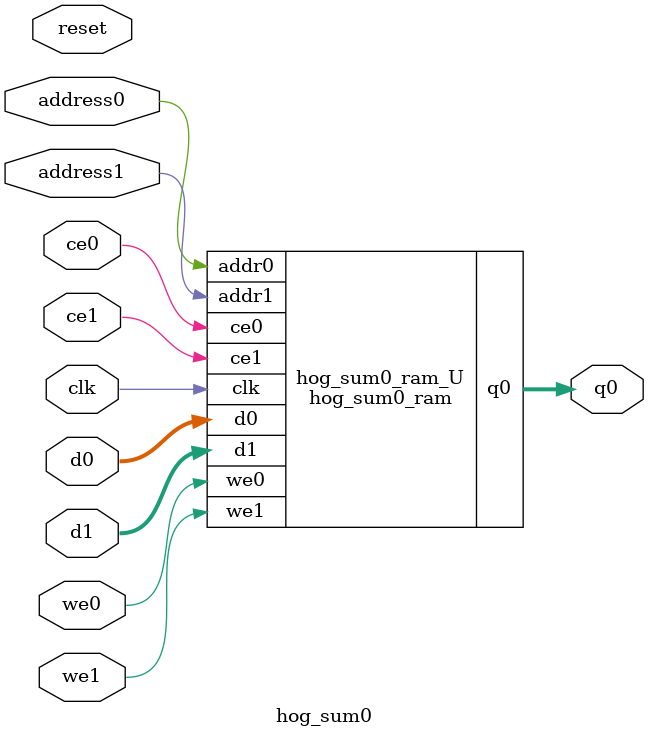
<source format=v>

`timescale 1 ns / 1 ps
module hog_sum0_ram (addr0, ce0, d0, we0, q0, addr1, ce1, d1, we1,  clk);

parameter DWIDTH = 32;
parameter AWIDTH = 1;
parameter MEM_SIZE = 2;

input[AWIDTH-1:0] addr0;
input ce0;
input[DWIDTH-1:0] d0;
input we0;
output reg[DWIDTH-1:0] q0;
input[AWIDTH-1:0] addr1;
input ce1;
input[DWIDTH-1:0] d1;
input we1;
input clk;

(* ram_style = "block" *)reg [DWIDTH-1:0] ram[0:MEM_SIZE-1];




always @(posedge clk)  
begin 
    if (ce0) 
    begin
        if (we0) 
        begin 
            ram[addr0] <= d0; 
            q0 <= d0;
        end 
        else 
            q0 <= ram[addr0];
    end
end


always @(posedge clk)  
begin 
    if (ce1) 
    begin
        if (we1) 
        begin 
            ram[addr1] <= d1; 
        end 
    end
end


endmodule


`timescale 1 ns / 1 ps
module hog_sum0(
    reset,
    clk,
    address0,
    ce0,
    we0,
    d0,
    q0,
    address1,
    ce1,
    we1,
    d1);

parameter DataWidth = 32'd32;
parameter AddressRange = 32'd2;
parameter AddressWidth = 32'd1;
input reset;
input clk;
input[AddressWidth - 1:0] address0;
input ce0;
input we0;
input[DataWidth - 1:0] d0;
output[DataWidth - 1:0] q0;
input[AddressWidth - 1:0] address1;
input ce1;
input we1;
input[DataWidth - 1:0] d1;



hog_sum0_ram hog_sum0_ram_U(
    .clk( clk ),
    .addr0( address0 ),
    .ce0( ce0 ),
    .d0( d0 ),
    .we0( we0 ),
    .q0( q0 ),
    .addr1( address1 ),
    .ce1( ce1 ),
    .d1( d1 ),
    .we1( we1 ));

endmodule


</source>
